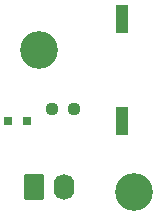
<source format=gbr>
%TF.GenerationSoftware,KiCad,Pcbnew,7.0.1*%
%TF.CreationDate,2023-09-08T00:00:39-05:00*%
%TF.ProjectId,proj1,70726f6a-312e-46b6-9963-61645f706362,1.0*%
%TF.SameCoordinates,Original*%
%TF.FileFunction,Soldermask,Top*%
%TF.FilePolarity,Negative*%
%FSLAX46Y46*%
G04 Gerber Fmt 4.6, Leading zero omitted, Abs format (unit mm)*
G04 Created by KiCad (PCBNEW 7.0.1) date 2023-09-08 00:00:39*
%MOMM*%
%LPD*%
G01*
G04 APERTURE LIST*
G04 Aperture macros list*
%AMRoundRect*
0 Rectangle with rounded corners*
0 $1 Rounding radius*
0 $2 $3 $4 $5 $6 $7 $8 $9 X,Y pos of 4 corners*
0 Add a 4 corners polygon primitive as box body*
4,1,4,$2,$3,$4,$5,$6,$7,$8,$9,$2,$3,0*
0 Add four circle primitives for the rounded corners*
1,1,$1+$1,$2,$3*
1,1,$1+$1,$4,$5*
1,1,$1+$1,$6,$7*
1,1,$1+$1,$8,$9*
0 Add four rect primitives between the rounded corners*
20,1,$1+$1,$2,$3,$4,$5,0*
20,1,$1+$1,$4,$5,$6,$7,0*
20,1,$1+$1,$6,$7,$8,$9,0*
20,1,$1+$1,$8,$9,$2,$3,0*%
G04 Aperture macros list end*
%ADD10C,3.200000*%
%ADD11RoundRect,0.237500X0.250000X0.237500X-0.250000X0.237500X-0.250000X-0.237500X0.250000X-0.237500X0*%
%ADD12R,0.800000X0.800000*%
%ADD13R,1.120000X2.440000*%
%ADD14RoundRect,0.250000X-0.620000X-0.845000X0.620000X-0.845000X0.620000X0.845000X-0.620000X0.845000X0*%
%ADD15O,1.740000X2.190000*%
G04 APERTURE END LIST*
D10*
%TO.C,REF\u002A\u002A*%
X117000000Y-83000000D03*
%TD*%
%TO.C,REF\u002A\u002A*%
X109000000Y-71000000D03*
%TD*%
D11*
%TO.C,R1*%
X111912500Y-76000000D03*
X110087500Y-76000000D03*
%TD*%
D12*
%TO.C,D1*%
X106400000Y-76993750D03*
X108000000Y-76993750D03*
%TD*%
D13*
%TO.C,SW1*%
X116000000Y-76993750D03*
X116000000Y-68383750D03*
%TD*%
D14*
%TO.C,J1*%
X108585000Y-82550000D03*
D15*
X111125000Y-82550000D03*
%TD*%
M02*

</source>
